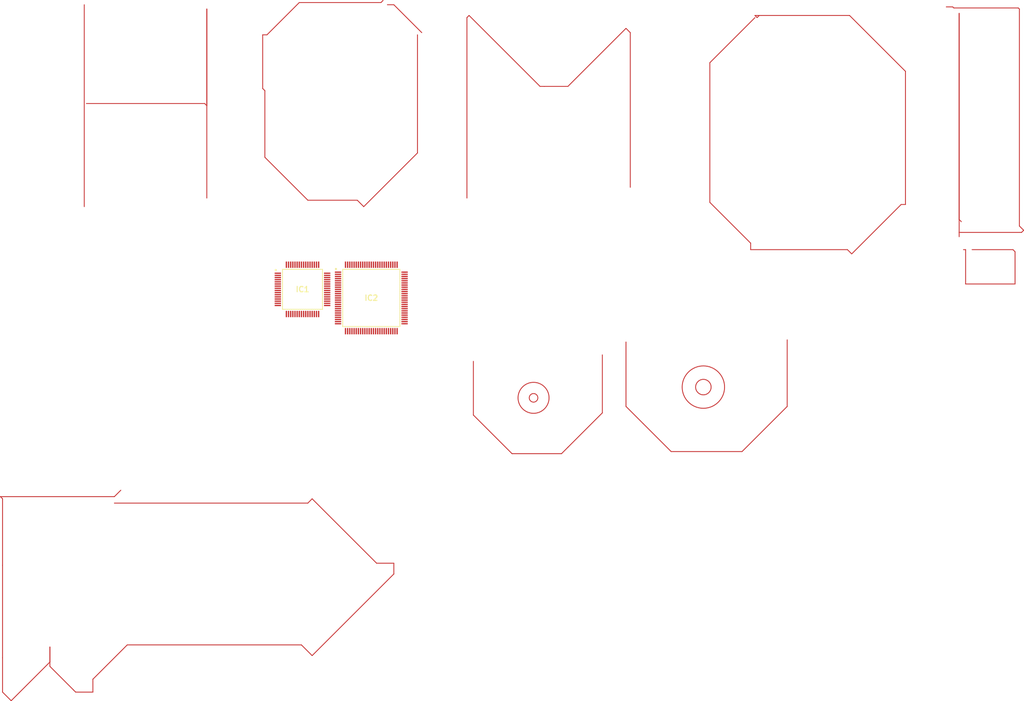
<source format=kicad_pcb>
(kicad_pcb (version 20241229) (generator "pcbnew") (generator_version "9.0")
  (layers (0 "F.Cu" signal) (2 "B.Cu" signal) (13 "F.Paste" user) (15 "B.Paste" user) (5 "F.SilkS" user "F.Silkscreen") (7 "B.SilkS" user "B.Silkscreen") (1 "F.Mask" user) (3 "B.Mask" user) (25 "Edge.Cuts" user))
  (net 0 "")
  (footprint "STM32U575VIT6Q:QFP50P1600X1600X160-100N" (layer "F.Cu") (at 99.762 103.75)
    (property "Reference" "IC2" (at 0 0 0) (layer "F.SilkS") (effects (font (size 1.27 1.27) (thickness 0.254))))
    (property "Value" "STM32U575VIT6Q" (hide yes))
    (fp_line (start -6.65 -6.65) (end 6.65 -6.65) (stroke (width 0.2)) (layer "F.SilkS"))
    (fp_line (start -6.65 6.65) (end -6.65 -6.65) (stroke (width 0.2)) (layer "F.SilkS"))
    (fp_line (start 6.65 -6.65) (end 6.65 6.65) (stroke (width 0.2)) (layer "F.SilkS"))
    (fp_line (start 6.65 6.65) (end -6.65 6.65) (stroke (width 0.2)) (layer "F.SilkS"))
    (fp_circle (center -8.225 -6.75) (end -8.225 -6.625) (stroke (width 0.25)) (fill no) (layer "F.SilkS"))
    (pad "1" smd rect (at -7.738 -6 90) (size 0.3 1.475) (layers "F.Cu" "F.Mask" "F.Paste"))
    (pad "2" smd rect (at -7.738 -5.5 90) (size 0.3 1.475) (layers "F.Cu" "F.Mask" "F.Paste"))
    (pad "3" smd rect (at -7.738 -5 90) (size 0.3 1.475) (layers "F.Cu" "F.Mask" "F.Paste"))
    (pad "4" smd rect (at -7.738 -4.5 90) (size 0.3 1.475) (layers "F.Cu" "F.Mask" "F.Paste"))
    (pad "5" smd rect (at -7.738 -4 90) (size 0.3 1.475) (layers "F.Cu" "F.Mask" "F.Paste"))
    (pad "6" smd rect (at -7.738 -3.5 90) (size 0.3 1.475) (layers "F.Cu" "F.Mask" "F.Paste"))
    (pad "7" smd rect (at -7.738 -3 90) (size 0.3 1.475) (layers "F.Cu" "F.Mask" "F.Paste"))
    (pad "8" smd rect (at -7.738 -2.5 90) (size 0.3 1.475) (layers "F.Cu" "F.Mask" "F.Paste"))
    (pad "9" smd rect (at -7.738 -2 90) (size 0.3 1.475) (layers "F.Cu" "F.Mask" "F.Paste"))
    (pad "10" smd rect (at -7.738 -1.5 90) (size 0.3 1.475) (layers "F.Cu" "F.Mask" "F.Paste"))
    (pad "11" smd rect (at -7.738 -1 90) (size 0.3 1.475) (layers "F.Cu" "F.Mask" "F.Paste"))
    (pad "12" smd rect (at -7.738 -0.5 90) (size 0.3 1.475) (layers "F.Cu" "F.Mask" "F.Paste"))
    (pad "13" smd rect (at -7.738 0 90) (size 0.3 1.475) (layers "F.Cu" "F.Mask" "F.Paste"))
    (pad "14" smd rect (at -7.738 0.5 90) (size 0.3 1.475) (layers "F.Cu" "F.Mask" "F.Paste"))
    (pad "15" smd rect (at -7.738 1 90) (size 0.3 1.475) (layers "F.Cu" "F.Mask" "F.Paste"))
    (pad "16" smd rect (at -7.738 1.5 90) (size 0.3 1.475) (layers "F.Cu" "F.Mask" "F.Paste"))
    (pad "17" smd rect (at -7.738 2 90) (size 0.3 1.475) (layers "F.Cu" "F.Mask" "F.Paste"))
    (pad "18" smd rect (at -7.738 2.5 90) (size 0.3 1.475) (layers "F.Cu" "F.Mask" "F.Paste"))
    (pad "19" smd rect (at -7.738 3 90) (size 0.3 1.475) (layers "F.Cu" "F.Mask" "F.Paste"))
    (pad "20" smd rect (at -7.738 3.5 90) (size 0.3 1.475) (layers "F.Cu" "F.Mask" "F.Paste"))
    (pad "21" smd rect (at -7.738 4 90) (size 0.3 1.475) (layers "F.Cu" "F.Mask" "F.Paste"))
    (pad "22" smd rect (at -7.738 4.5 90) (size 0.3 1.475) (layers "F.Cu" "F.Mask" "F.Paste"))
    (pad "23" smd rect (at -7.738 5 90) (size 0.3 1.475) (layers "F.Cu" "F.Mask" "F.Paste"))
    (pad "24" smd rect (at -7.738 5.5 90) (size 0.3 1.475) (layers "F.Cu" "F.Mask" "F.Paste"))
    (pad "25" smd rect (at -7.738 6 90) (size 0.3 1.475) (layers "F.Cu" "F.Mask" "F.Paste"))
    (pad "26" smd rect (at -6 7.738) (size 0.3 1.475) (layers "F.Cu" "F.Mask" "F.Paste"))
    (pad "27" smd rect (at -5.5 7.738) (size 0.3 1.475) (layers "F.Cu" "F.Mask" "F.Paste"))
    (pad "28" smd rect (at -5 7.738) (size 0.3 1.475) (layers "F.Cu" "F.Mask" "F.Paste"))
    (pad "29" smd rect (at -4.5 7.738) (size 0.3 1.475) (layers "F.Cu" "F.Mask" "F.Paste"))
    (pad "30" smd rect (at -4 7.738) (size 0.3 1.475) (layers "F.Cu" "F.Mask" "F.Paste"))
    (pad "31" smd rect (at -3.5 7.738) (size 0.3 1.475) (layers "F.Cu" "F.Mask" "F.Paste"))
    (pad "32" smd rect (at -3 7.738) (size 0.3 1.475) (layers "F.Cu" "F.Mask" "F.Paste"))
    (pad "33" smd rect (at -2.5 7.738) (size 0.3 1.475) (layers "F.Cu" "F.Mask" "F.Paste"))
    (pad "34" smd rect (at -2 7.738) (size 0.3 1.475) (layers "F.Cu" "F.Mask" "F.Paste"))
    (pad "35" smd rect (at -1.5 7.738) (size 0.3 1.475) (layers "F.Cu" "F.Mask" "F.Paste"))
    (pad "36" smd rect (at -1 7.738) (size 0.3 1.475) (layers "F.Cu" "F.Mask" "F.Paste"))
    (pad "37" smd rect (at -0.5 7.738) (size 0.3 1.475) (layers "F.Cu" "F.Mask" "F.Paste"))
    (pad "38" smd rect (at 0 7.738) (size 0.3 1.475) (layers "F.Cu" "F.Mask" "F.Paste"))
    (pad "39" smd rect (at 0.5 7.738) (size 0.3 1.475) (layers "F.Cu" "F.Mask" "F.Paste"))
    (pad "40" smd rect (at 1 7.738) (size 0.3 1.475) (layers "F.Cu" "F.Mask" "F.Paste"))
    (pad "41" smd rect (at 1.5 7.738) (size 0.3 1.475) (layers "F.Cu" "F.Mask" "F.Paste"))
    (pad "42" smd rect (at 2 7.738) (size 0.3 1.475) (layers "F.Cu" "F.Mask" "F.Paste"))
    (pad "43" smd rect (at 2.5 7.738) (size 0.3 1.475) (layers "F.Cu" "F.Mask" "F.Paste"))
    (pad "44" smd rect (at 3 7.738) (size 0.3 1.475) (layers "F.Cu" "F.Mask" "F.Paste"))
    (pad "45" smd rect (at 3.5 7.738) (size 0.3 1.475) (layers "F.Cu" "F.Mask" "F.Paste"))
    (pad "46" smd rect (at 4 7.738) (size 0.3 1.475) (layers "F.Cu" "F.Mask" "F.Paste"))
    (pad "47" smd rect (at 4.5 7.738) (size 0.3 1.475) (layers "F.Cu" "F.Mask" "F.Paste"))
    (pad "48" smd rect (at 5 7.738) (size 0.3 1.475) (layers "F.Cu" "F.Mask" "F.Paste"))
    (pad "49" smd rect (at 5.5 7.738) (size 0.3 1.475) (layers "F.Cu" "F.Mask" "F.Paste"))
    (pad "50" smd rect (at 6 7.738) (size 0.3 1.475) (layers "F.Cu" "F.Mask" "F.Paste"))
    (pad "51" smd rect (at 7.738 6 90) (size 0.3 1.475) (layers "F.Cu" "F.Mask" "F.Paste"))
    (pad "52" smd rect (at 7.738 5.5 90) (size 0.3 1.475) (layers "F.Cu" "F.Mask" "F.Paste"))
    (pad "53" smd rect (at 7.738 5 90) (size 0.3 1.475) (layers "F.Cu" "F.Mask" "F.Paste"))
    (pad "54" smd rect (at 7.738 4.5 90) (size 0.3 1.475) (layers "F.Cu" "F.Mask" "F.Paste"))
    (pad "55" smd rect (at 7.738 4 90) (size 0.3 1.475) (layers "F.Cu" "F.Mask" "F.Paste"))
    (pad "56" smd rect (at 7.738 3.5 90) (size 0.3 1.475) (layers "F.Cu" "F.Mask" "F.Paste"))
    (pad "57" smd rect (at 7.738 3 90) (size 0.3 1.475) (layers "F.Cu" "F.Mask" "F.Paste"))
    (pad "58" smd rect (at 7.738 2.5 90) (size 0.3 1.475) (layers "F.Cu" "F.Mask" "F.Paste"))
    (pad "59" smd rect (at 7.738 2 90) (size 0.3 1.475) (layers "F.Cu" "F.Mask" "F.Paste"))
    (pad "60" smd rect (at 7.738 1.5 90) (size 0.3 1.475) (layers "F.Cu" "F.Mask" "F.Paste"))
    (pad "61" smd rect (at 7.738 1 90) (size 0.3 1.475) (layers "F.Cu" "F.Mask" "F.Paste"))
    (pad "62" smd rect (at 7.738 0.5 90) (size 0.3 1.475) (layers "F.Cu" "F.Mask" "F.Paste"))
    (pad "63" smd rect (at 7.738 0 90) (size 0.3 1.475) (layers "F.Cu" "F.Mask" "F.Paste"))
    (pad "64" smd rect (at 7.738 -0.5 90) (size 0.3 1.475) (layers "F.Cu" "F.Mask" "F.Paste"))
    (pad "65" smd rect (at 7.738 -1 90) (size 0.3 1.475) (layers "F.Cu" "F.Mask" "F.Paste"))
    (pad "66" smd rect (at 7.738 -1.5 90) (size 0.3 1.475) (layers "F.Cu" "F.Mask" "F.Paste"))
    (pad "67" smd rect (at 7.738 -2 90) (size 0.3 1.475) (layers "F.Cu" "F.Mask" "F.Paste"))
    (pad "68" smd rect (at 7.738 -2.5 90) (size 0.3 1.475) (layers "F.Cu" "F.Mask" "F.Paste"))
    (pad "69" smd rect (at 7.738 -3 90) (size 0.3 1.475) (layers "F.Cu" "F.Mask" "F.Paste"))
    (pad "70" smd rect (at 7.738 -3.5 90) (size 0.3 1.475) (layers "F.Cu" "F.Mask" "F.Paste"))
    (pad "71" smd rect (at 7.738 -4 90) (size 0.3 1.475) (layers "F.Cu" "F.Mask" "F.Paste"))
    (pad "72" smd rect (at 7.738 -4.5 90) (size 0.3 1.475) (layers "F.Cu" "F.Mask" "F.Paste"))
    (pad "73" smd rect (at 7.738 -5 90) (size 0.3 1.475) (layers "F.Cu" "F.Mask" "F.Paste"))
    (pad "74" smd rect (at 7.738 -5.5 90) (size 0.3 1.475) (layers "F.Cu" "F.Mask" "F.Paste"))
    (pad "75" smd rect (at 7.738 -6 90) (size 0.3 1.475) (layers "F.Cu" "F.Mask" "F.Paste"))
    (pad "76" smd rect (at 6 -7.738) (size 0.3 1.475) (layers "F.Cu" "F.Mask" "F.Paste"))
    (pad "77" smd rect (at 5.5 -7.738) (size 0.3 1.475) (layers "F.Cu" "F.Mask" "F.Paste"))
    (pad "78" smd rect (at 5 -7.738) (size 0.3 1.475) (layers "F.Cu" "F.Mask" "F.Paste"))
    (pad "79" smd rect (at 4.5 -7.738) (size 0.3 1.475) (layers "F.Cu" "F.Mask" "F.Paste"))
    (pad "80" smd rect (at 4 -7.738) (size 0.3 1.475) (layers "F.Cu" "F.Mask" "F.Paste"))
    (pad "81" smd rect (at 3.5 -7.738) (size 0.3 1.475) (layers "F.Cu" "F.Mask" "F.Paste"))
    (pad "82" smd rect (at 3 -7.738) (size 0.3 1.475) (layers "F.Cu" "F.Mask" "F.Paste"))
    (pad "83" smd rect (at 2.5 -7.738) (size 0.3 1.475) (layers "F.Cu" "F.Mask" "F.Paste"))
    (pad "84" smd rect (at 2 -7.738) (size 0.3 1.475) (layers "F.Cu" "F.Mask" "F.Paste"))
    (pad "85" smd rect (at 1.5 -7.738) (size 0.3 1.475) (layers "F.Cu" "F.Mask" "F.Paste"))
    (pad "86" smd rect (at 1 -7.738) (size 0.3 1.475) (layers "F.Cu" "F.Mask" "F.Paste"))
    (pad "87" smd rect (at 0.5 -7.738) (size 0.3 1.475) (layers "F.Cu" "F.Mask" "F.Paste"))
    (pad "88" smd rect (at 0 -7.738) (size 0.3 1.475) (layers "F.Cu" "F.Mask" "F.Paste"))
    (pad "89" smd rect (at -0.5 -7.738) (size 0.3 1.475) (layers "F.Cu" "F.Mask" "F.Paste"))
    (pad "90" smd rect (at -1 -7.738) (size 0.3 1.475) (layers "F.Cu" "F.Mask" "F.Paste"))
    (pad "91" smd rect (at -1.5 -7.738) (size 0.3 1.475) (layers "F.Cu" "F.Mask" "F.Paste"))
    (pad "92" smd rect (at -2 -7.738) (size 0.3 1.475) (layers "F.Cu" "F.Mask" "F.Paste"))
    (pad "93" smd rect (at -2.5 -7.738) (size 0.3 1.475) (layers "F.Cu" "F.Mask" "F.Paste"))
    (pad "94" smd rect (at -3 -7.738) (size 0.3 1.475) (layers "F.Cu" "F.Mask" "F.Paste"))
    (pad "95" smd rect (at -3.5 -7.738) (size 0.3 1.475) (layers "F.Cu" "F.Mask" "F.Paste"))
    (pad "96" smd rect (at -4 -7.738) (size 0.3 1.475) (layers "F.Cu" "F.Mask" "F.Paste"))
    (pad "97" smd rect (at -4.5 -7.738) (size 0.3 1.475) (layers "F.Cu" "F.Mask" "F.Paste"))
    (pad "98" smd rect (at -5 -7.738) (size 0.3 1.475) (layers "F.Cu" "F.Mask" "F.Paste"))
    (pad "99" smd rect (at -5.5 -7.738) (size 0.3 1.475) (layers "F.Cu" "F.Mask" "F.Paste"))
    (pad "100" smd rect (at -6 -7.738) (size 0.3 1.475) (layers "F.Cu" "F.Mask" "F.Paste"))
  )
  (footprint "STM32U575RGT6TR:QFP50P1200X1200X160-64N" (layer "F.Cu") (at 83.762 101.75)
    (property "Reference" "IC1" (at 0 0 0) (layer "F.SilkS") (effects (font (size 1.27 1.27) (thickness 0.254))))
    (property "Value" "STM32U575RGT6TR" (hide yes))
    (fp_line (start -4.65 -4.65) (end 4.65 -4.65) (stroke (width 0.2)) (layer "F.SilkS"))
    (fp_line (start -4.65 4.65) (end -4.65 -4.65) (stroke (width 0.2)) (layer "F.SilkS"))
    (fp_line (start 4.65 -4.65) (end 4.65 4.65) (stroke (width 0.2)) (layer "F.SilkS"))
    (fp_line (start 4.65 4.65) (end -4.65 4.65) (stroke (width 0.2)) (layer "F.SilkS"))
    (fp_circle (center -6.225 -4.5) (end -6.225 -4.375) (stroke (width 0.25)) (fill no) (layer "F.SilkS"))
    (pad "1" smd rect (at -5.738 -3.75 90) (size 0.3 1.475) (layers "F.Cu" "F.Mask" "F.Paste"))
    (pad "2" smd rect (at -5.738 -3.25 90) (size 0.3 1.475) (layers "F.Cu" "F.Mask" "F.Paste"))
    (pad "3" smd rect (at -5.738 -2.75 90) (size 0.3 1.475) (layers "F.Cu" "F.Mask" "F.Paste"))
    (pad "4" smd rect (at -5.738 -2.25 90) (size 0.3 1.475) (layers "F.Cu" "F.Mask" "F.Paste"))
    (pad "5" smd rect (at -5.738 -1.75 90) (size 0.3 1.475) (layers "F.Cu" "F.Mask" "F.Paste"))
    (pad "6" smd rect (at -5.738 -1.25 90) (size 0.3 1.475) (layers "F.Cu" "F.Mask" "F.Paste"))
    (pad "7" smd rect (at -5.738 -0.75 90) (size 0.3 1.475) (layers "F.Cu" "F.Mask" "F.Paste"))
    (pad "8" smd rect (at -5.738 -0.25 90) (size 0.3 1.475) (layers "F.Cu" "F.Mask" "F.Paste"))
    (pad "9" smd rect (at -5.738 0.25 90) (size 0.3 1.475) (layers "F.Cu" "F.Mask" "F.Paste"))
    (pad "10" smd rect (at -5.738 0.75 90) (size 0.3 1.475) (layers "F.Cu" "F.Mask" "F.Paste"))
    (pad "11" smd rect (at -5.738 1.25 90) (size 0.3 1.475) (layers "F.Cu" "F.Mask" "F.Paste"))
    (pad "12" smd rect (at -5.738 1.75 90) (size 0.3 1.475) (layers "F.Cu" "F.Mask" "F.Paste"))
    (pad "13" smd rect (at -5.738 2.25 90) (size 0.3 1.475) (layers "F.Cu" "F.Mask" "F.Paste"))
    (pad "14" smd rect (at -5.738 2.75 90) (size 0.3 1.475) (layers "F.Cu" "F.Mask" "F.Paste"))
    (pad "15" smd rect (at -5.738 3.25 90) (size 0.3 1.475) (layers "F.Cu" "F.Mask" "F.Paste"))
    (pad "16" smd rect (at -5.738 3.75 90) (size 0.3 1.475) (layers "F.Cu" "F.Mask" "F.Paste"))
    (pad "17" smd rect (at -3.75 5.738) (size 0.3 1.475) (layers "F.Cu" "F.Mask" "F.Paste"))
    (pad "18" smd rect (at -3.25 5.738) (size 0.3 1.475) (layers "F.Cu" "F.Mask" "F.Paste"))
    (pad "19" smd rect (at -2.75 5.738) (size 0.3 1.475) (layers "F.Cu" "F.Mask" "F.Paste"))
    (pad "20" smd rect (at -2.25 5.738) (size 0.3 1.475) (layers "F.Cu" "F.Mask" "F.Paste"))
    (pad "21" smd rect (at -1.75 5.738) (size 0.3 1.475) (layers "F.Cu" "F.Mask" "F.Paste"))
    (pad "22" smd rect (at -1.25 5.738) (size 0.3 1.475) (layers "F.Cu" "F.Mask" "F.Paste"))
    (pad "23" smd rect (at -0.75 5.738) (size 0.3 1.475) (layers "F.Cu" "F.Mask" "F.Paste"))
    (pad "24" smd rect (at -0.25 5.738) (size 0.3 1.475) (layers "F.Cu" "F.Mask" "F.Paste"))
    (pad "25" smd rect (at 0.25 5.738) (size 0.3 1.475) (layers "F.Cu" "F.Mask" "F.Paste"))
    (pad "26" smd rect (at 0.75 5.738) (size 0.3 1.475) (layers "F.Cu" "F.Mask" "F.Paste"))
    (pad "27" smd rect (at 1.25 5.738) (size 0.3 1.475) (layers "F.Cu" "F.Mask" "F.Paste"))
    (pad "28" smd rect (at 1.75 5.738) (size 0.3 1.475) (layers "F.Cu" "F.Mask" "F.Paste"))
    (pad "29" smd rect (at 2.25 5.738) (size 0.3 1.475) (layers "F.Cu" "F.Mask" "F.Paste"))
    (pad "30" smd rect (at 2.75 5.738) (size 0.3 1.475) (layers "F.Cu" "F.Mask" "F.Paste"))
    (pad "31" smd rect (at 3.25 5.738) (size 0.3 1.475) (layers "F.Cu" "F.Mask" "F.Paste"))
    (pad "32" smd rect (at 3.75 5.738) (size 0.3 1.475) (layers "F.Cu" "F.Mask" "F.Paste"))
    (pad "33" smd rect (at 5.738 3.75 90) (size 0.3 1.475) (layers "F.Cu" "F.Mask" "F.Paste"))
    (pad "34" smd rect (at 5.738 3.25 90) (size 0.3 1.475) (layers "F.Cu" "F.Mask" "F.Paste"))
    (pad "35" smd rect (at 5.738 2.75 90) (size 0.3 1.475) (layers "F.Cu" "F.Mask" "F.Paste"))
    (pad "36" smd rect (at 5.738 2.25 90) (size 0.3 1.475) (layers "F.Cu" "F.Mask" "F.Paste"))
    (pad "37" smd rect (at 5.738 1.75 90) (size 0.3 1.475) (layers "F.Cu" "F.Mask" "F.Paste"))
    (pad "38" smd rect (at 5.738 1.25 90) (size 0.3 1.475) (layers "F.Cu" "F.Mask" "F.Paste"))
    (pad "39" smd rect (at 5.738 0.75 90) (size 0.3 1.475) (layers "F.Cu" "F.Mask" "F.Paste"))
    (pad "40" smd rect (at 5.738 0.25 90) (size 0.3 1.475) (layers "F.Cu" "F.Mask" "F.Paste"))
    (pad "41" smd rect (at 5.738 -0.25 90) (size 0.3 1.475) (layers "F.Cu" "F.Mask" "F.Paste"))
    (pad "42" smd rect (at 5.738 -0.75 90) (size 0.3 1.475) (layers "F.Cu" "F.Mask" "F.Paste"))
    (pad "43" smd rect (at 5.738 -1.25 90) (size 0.3 1.475) (layers "F.Cu" "F.Mask" "F.Paste"))
    (pad "44" smd rect (at 5.738 -1.75 90) (size 0.3 1.475) (layers "F.Cu" "F.Mask" "F.Paste"))
    (pad "45" smd rect (at 5.738 -2.25 90) (size 0.3 1.475) (layers "F.Cu" "F.Mask" "F.Paste"))
    (pad "46" smd rect (at 5.738 -2.75 90) (size 0.3 1.475) (layers "F.Cu" "F.Mask" "F.Paste"))
    (pad "47" smd rect (at 5.738 -3.25 90) (size 0.3 1.475) (layers "F.Cu" "F.Mask" "F.Paste"))
    (pad "48" smd rect (at 5.738 -3.75 90) (size 0.3 1.475) (layers "F.Cu" "F.Mask" "F.Paste"))
    (pad "49" smd rect (at 3.75 -5.738) (size 0.3 1.475) (layers "F.Cu" "F.Mask" "F.Paste"))
    (pad "50" smd rect (at 3.25 -5.738) (size 0.3 1.475) (layers "F.Cu" "F.Mask" "F.Paste"))
    (pad "51" smd rect (at 2.75 -5.738) (size 0.3 1.475) (layers "F.Cu" "F.Mask" "F.Paste"))
    (pad "52" smd rect (at 2.25 -5.738) (size 0.3 1.475) (layers "F.Cu" "F.Mask" "F.Paste"))
    (pad "53" smd rect (at 1.75 -5.738) (size 0.3 1.475) (layers "F.Cu" "F.Mask" "F.Paste"))
    (pad "54" smd rect (at 1.25 -5.738) (size 0.3 1.475) (layers "F.Cu" "F.Mask" "F.Paste"))
    (pad "55" smd rect (at 0.75 -5.738) (size 0.3 1.475) (layers "F.Cu" "F.Mask" "F.Paste"))
    (pad "56" smd rect (at 0.25 -5.738) (size 0.3 1.475) (layers "F.Cu" "F.Mask" "F.Paste"))
    (pad "57" smd rect (at -0.25 -5.738) (size 0.3 1.475) (layers "F.Cu" "F.Mask" "F.Paste"))
    (pad "58" smd rect (at -0.75 -5.738) (size 0.3 1.475) (layers "F.Cu" "F.Mask" "F.Paste"))
    (pad "59" smd rect (at -1.25 -5.738) (size 0.3 1.475) (layers "F.Cu" "F.Mask" "F.Paste"))
    (pad "60" smd rect (at -1.75 -5.738) (size 0.3 1.475) (layers "F.Cu" "F.Mask" "F.Paste"))
    (pad "61" smd rect (at -2.25 -5.738) (size 0.3 1.475) (layers "F.Cu" "F.Mask" "F.Paste"))
    (pad "62" smd rect (at -2.75 -5.738) (size 0.3 1.475) (layers "F.Cu" "F.Mask" "F.Paste"))
    (pad "63" smd rect (at -3.25 -5.738) (size 0.3 1.475) (layers "F.Cu" "F.Mask" "F.Paste"))
    (pad "64" smd rect (at -3.75 -5.738) (size 0.3 1.475) (layers "F.Cu" "F.Mask" "F.Paste"))
  )
  (gr_circle (center 177 124.5) (end 179.885165 128.5) (stroke (width 0.2)) (fill no) (layer "F.Cu"))
  (gr_circle (center 137.5 127) (end 140.5 129) (stroke (width 0.2)) (fill no) (layer "F.Cu"))
  (gr_circle (center 177 124.5) (end 176 123) (stroke (width 0.2)) (fill no) (layer "F.Cu"))
  (gr_circle (center 137.5 127) (end 138.5 127) (stroke (width 0.2)) (fill no) (layer "F.Cu"))
  (segment (start 43 184.5) (end 35 192.5) (width 0.2) (layer "F.Cu") (net 0))
  (segment (start 186 139.5) (end 169.5 139.5) (width 0.2) (layer "F.Cu") (net 0))
  (segment (start 25 188.5) (end 16 197.5) (width 0.2) (layer "F.Cu") (net 0))
  (segment (start 103.5 35.5) (end 105 35.5) (width 0.2) (layer "F.Cu") (net 0))
  (segment (start 235.25 36.25) (end 235 36) (width 0.2) (layer "F.Cu") (net 0))
  (segment (start 139 54.5) (end 140 54.5) (width 0.2) (layer "F.Cu") (net 0))
  (segment (start 86 150.5) (end 101 165.5) (width 0.2) (layer "F.Cu") (net 0))
  (segment (start 189 38.5) (end 178.5 49) (width 0.2) (layer "F.Cu") (net 0))
  (segment (start 105 168) (end 86 187) (width 0.2) (layer "F.Cu") (net 0))
  (segment (start 40 150) (end 41.5 148.5) (width 0.2) (layer "F.Cu") (net 0))
  (segment (start 153.5 130.5) (end 145.5 138.5) (width 0.2) (layer "F.Cu") (net 0))
  (segment (start 85 81) (end 96.5 81) (width 0.2) (layer "F.Cu") (net 0))
  (segment (start 122 38.5) (end 122.5 38) (width 0.2) (layer "F.Cu") (net 0))
  (segment (start 251.5 88) (end 251 88.5) (width 0.2) (layer "F.Cu") (net 0))
  (segment (start 196.5 113.5) (end 196.5 129) (width 0.2) (layer "F.Cu") (net 0))
  (segment (start 102 35) (end 83 35) (width 0.2) (layer "F.Cu") (net 0))
  (segment (start 98 82.5) (end 110.5 70) (width 0.2) (layer "F.Cu") (net 0))
  (segment (start 30.5 195) (end 25 189.5) (width 0.2) (layer "F.Cu") (net 0))
  (segment (start 224 82) (end 224 51) (width 0.2) (layer "F.Cu") (net 0))
  (segment (start 251 88.5) (end 236.5 88.5) (width 0.2) (layer "F.Cu") (net 0))
  (segment (start 153.5 117) (end 153.5 130.5) (width 0.2) (layer "F.Cu") (net 0))
  (segment (start 105 35.5) (end 111.5 42) (width 0.2) (layer "F.Cu") (net 0))
  (segment (start 249 92.5) (end 249.5 93) (width 0.2) (layer "F.Cu") (net 0))
  (segment (start 249.5 93) (end 249.5 100.5) (width 0.2) (layer "F.Cu") (net 0))
  (segment (start 83.5 184.5) (end 43 184.5) (width 0.2) (layer "F.Cu") (net 0))
  (segment (start 75 71) (end 85 81) (width 0.2) (layer "F.Cu") (net 0))
  (segment (start 211.5 93.5) (end 223 82) (width 0.2) (layer "F.Cu") (net 0))
  (segment (start 33.5 58.5) (end 61 58.5) (width 0.2) (layer "F.Cu") (net 0))
  (segment (start 140 54.5) (end 145.5 54.5) (width 0.2) (layer "F.Cu") (net 0))
  (segment (start 144 140) (end 132.5 140) (width 0.2) (layer "F.Cu") (net 0))
  (segment (start 235.25 36.25) (end 250.25 36.25) (width 0.2) (layer "F.Cu") (net 0))
  (segment (start 122.5 38) (end 139 54.5) (width 0.2) (layer "F.Cu") (net 0))
  (segment (start 188 92.5) (end 210.5 92.5) (width 0.2) (layer "F.Cu") (net 0))
  (segment (start 110.5 70) (end 110.5 42.5) (width 0.2) (layer "F.Cu") (net 0))
  (segment (start 132.5 140) (end 123.5 131) (width 0.2) (layer "F.Cu") (net 0))
  (segment (start 123.5 131) (end 123.5 118.5) (width 0.2) (layer "F.Cu") (net 0))
  (segment (start 189 38) (end 189.5 38.5) (width 0.2) (layer "F.Cu") (net 0))
  (segment (start 25 185) (end 25 188.5) (width 0.2) (layer "F.Cu") (net 0))
  (segment (start 236.5 88.5) (end 236.5 37.5) (width 0.2) (layer "F.Cu") (net 0))
  (segment (start 210.5 92.5) (end 211.5 93.5) (width 0.2) (layer "F.Cu") (net 0))
  (segment (start 223 82) (end 224 82) (width 0.2) (layer "F.Cu") (net 0))
  (segment (start 74.5 42.5) (end 74.5 55) (width 0.2) (layer "F.Cu") (net 0))
  (segment (start 16 197.5) (end 14 195.5) (width 0.2) (layer "F.Cu") (net 0))
  (segment (start 178.5 49) (end 178.5 81.5) (width 0.2) (layer "F.Cu") (net 0))
  (segment (start 160 42) (end 160 78) (width 0.2) (layer "F.Cu") (net 0))
  (segment (start 40 151.5) (end 85 151.5) (width 0.2) (layer "F.Cu") (net 0))
  (segment (start 163 133) (end 159 129) (width 0.2) (layer "F.Cu") (net 0))
  (segment (start 196.5 129) (end 186 139.5) (width 0.2) (layer "F.Cu") (net 0))
  (segment (start 33 35.5) (end 33 82.5) (width 0.2) (layer "F.Cu") (net 0))
  (segment (start 236.5 37.5) (end 236.5 85.5) (width 0.2) (layer "F.Cu") (net 0))
  (segment (start 145.5 138.5) (end 144 140) (width 0.2) (layer "F.Cu") (net 0))
  (segment (start 74.5 55) (end 75 55.5) (width 0.2) (layer "F.Cu") (net 0))
  (segment (start 188 91) (end 188 92.5) (width 0.2) (layer "F.Cu") (net 0))
  (segment (start 233.5 36) (end 235 36) (width 0.2) (layer "F.Cu") (net 0))
  (segment (start 122 80.5) (end 122 38.5) (width 0.2) (layer "F.Cu") (net 0))
  (segment (start 31 195.5) (end 30.5 195) (width 0.2) (layer "F.Cu") (net 0))
  (segment (start 249.5 100.5) (end 238 100.5) (width 0.2) (layer "F.Cu") (net 0))
  (segment (start 250.25 36.25) (end 250.5 36.5) (width 0.2) (layer "F.Cu") (net 0))
  (segment (start 61.5 59) (end 61.5 36.5) (width 0.2) (layer "F.Cu") (net 0))
  (segment (start 224 51) (end 211 38) (width 0.2) (layer "F.Cu") (net 0))
  (segment (start 239.5 92.5) (end 249 92.5) (width 0.2) (layer "F.Cu") (net 0))
  (segment (start 75.5 42.5) (end 74.5 42.5) (width 0.2) (layer "F.Cu") (net 0))
  (segment (start 96.5 81) (end 98 82.5) (width 0.2) (layer "F.Cu") (net 0))
  (segment (start 83 35) (end 75.5 42.5) (width 0.2) (layer "F.Cu") (net 0))
  (segment (start 169.5 139.5) (end 163 133) (width 0.2) (layer "F.Cu") (net 0))
  (segment (start 85 151.5) (end 86 150.5) (width 0.2) (layer "F.Cu") (net 0))
  (segment (start 236.5 85.5) (end 237 86) (width 0.2) (layer "F.Cu") (net 0))
  (segment (start 105 165.5) (end 105 168) (width 0.2) (layer "F.Cu") (net 0))
  (segment (start 13.5 150) (end 40 150) (width 0.2) (layer "F.Cu") (net 0))
  (segment (start 61.5 36.5) (end 61.5 80.5) (width 0.2) (layer "F.Cu") (net 0))
  (segment (start 61 58.5) (end 61.5 59) (width 0.2) (layer "F.Cu") (net 0))
  (segment (start 145.5 54.5) (end 159 41) (width 0.2) (layer "F.Cu") (net 0))
  (segment (start 237.5 92.5) (end 238 92.5) (width 0.2) (layer "F.Cu") (net 0))
  (segment (start 159 41) (end 160 42) (width 0.2) (layer "F.Cu") (net 0))
  (segment (start 159 129) (end 159 114) (width 0.2) (layer "F.Cu") (net 0))
  (segment (start 250.5 87) (end 251.5 88) (width 0.2) (layer "F.Cu") (net 0))
  (segment (start 101 165.5) (end 105 165.5) (width 0.2) (layer "F.Cu") (net 0))
  (segment (start 238 100.5) (end 238 92.5) (width 0.2) (layer "F.Cu") (net 0))
  (segment (start 14 150.5) (end 13.5 150) (width 0.2) (layer "F.Cu") (net 0))
  (segment (start 250.5 36.5) (end 250.5 87) (width 0.2) (layer "F.Cu") (net 0))
  (segment (start 189.5 38.5) (end 190 38) (width 0.2) (layer "F.Cu") (net 0))
  (segment (start 211 38) (end 189 38) (width 0.2) (layer "F.Cu") (net 0))
  (segment (start 102.5 34.5) (end 102 35) (width 0.2) (layer "F.Cu") (net 0))
  (segment (start 25 189.5) (end 25 185) (width 0.2) (layer "F.Cu") (net 0))
  (segment (start 14 166) (end 14 150.5) (width 0.2) (layer "F.Cu") (net 0))
  (segment (start 86 187) (end 83.5 184.5) (width 0.2) (layer "F.Cu") (net 0))
  (segment (start 35 195.5) (end 31 195.5) (width 0.2) (layer "F.Cu") (net 0))
  (segment (start 35 192.5) (end 35 195.5) (width 0.2) (layer "F.Cu") (net 0))
  (segment (start 178.5 81.5) (end 188 91) (width 0.2) (layer "F.Cu") (net 0))
  (segment (start 75 55.5) (end 75 71) (width 0.2) (layer "F.Cu") (net 0))
  (segment (start 14 195.5) (end 14 187.5) (width 0.2) (layer "F.Cu") (net 0))
  (segment (start 14 187.5) (end 14 166) (width 0.2) (layer "F.Cu") (net 0))
  (segment (start 236.5 89.5) (end 236.5 88.5) (width 0.2) (layer "F.Cu") (net 0))
)
</source>
